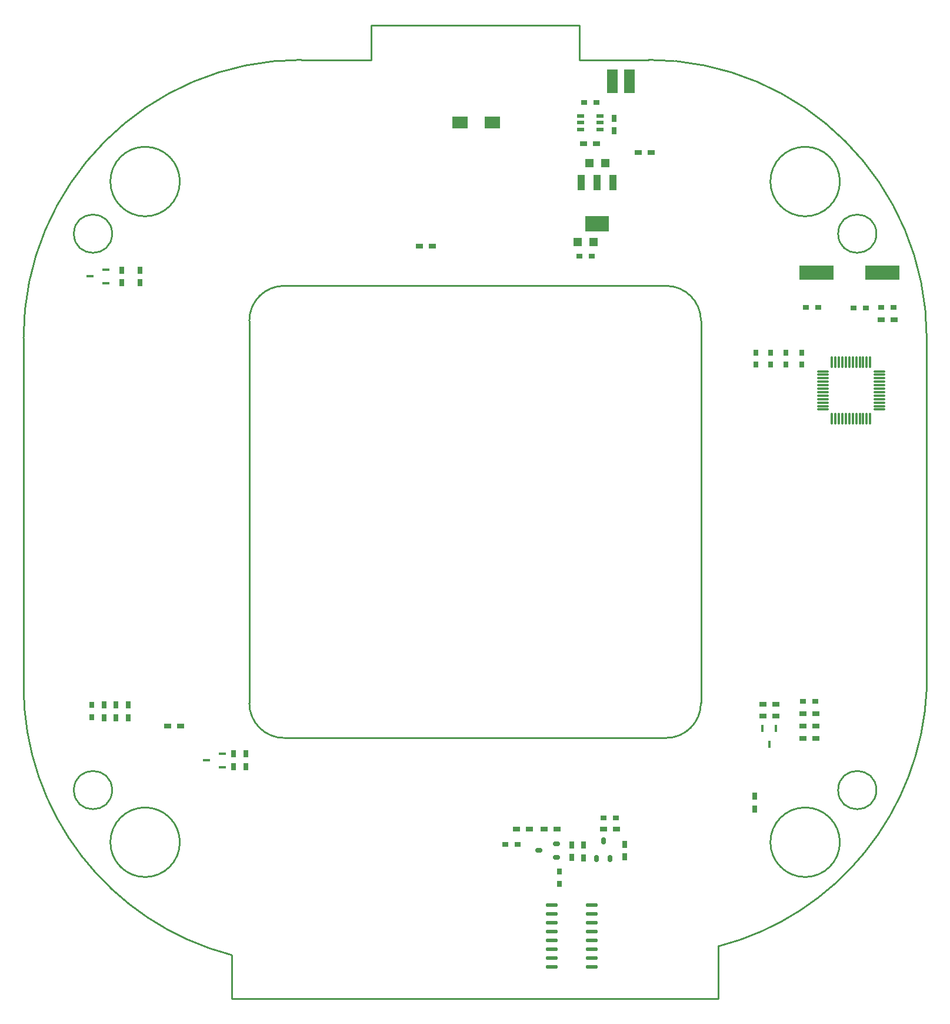
<source format=gbp>
G04*
G04 #@! TF.GenerationSoftware,Altium Limited,Altium Designer,18.1.8 (232)*
G04*
G04 Layer_Color=128*
%FSLAX25Y25*%
%MOIN*%
G70*
G01*
G75*
%ADD10C,0.01000*%
%ADD16R,0.03150X0.04000*%
%ADD18R,0.03500X0.03000*%
%ADD19R,0.03000X0.03500*%
%ADD21R,0.04000X0.03150*%
G04:AMPARAMS|DCode=70|XSize=23.62mil|YSize=39.37mil|CornerRadius=5.91mil|HoleSize=0mil|Usage=FLASHONLY|Rotation=90.000|XOffset=0mil|YOffset=0mil|HoleType=Round|Shape=RoundedRectangle|*
%AMROUNDEDRECTD70*
21,1,0.02362,0.02756,0,0,90.0*
21,1,0.01181,0.03937,0,0,90.0*
1,1,0.01181,0.01378,0.00591*
1,1,0.01181,0.01378,-0.00591*
1,1,0.01181,-0.01378,-0.00591*
1,1,0.01181,-0.01378,0.00591*
%
%ADD70ROUNDEDRECTD70*%
G04:AMPARAMS|DCode=71|XSize=23.62mil|YSize=39.37mil|CornerRadius=5.91mil|HoleSize=0mil|Usage=FLASHONLY|Rotation=0.000|XOffset=0mil|YOffset=0mil|HoleType=Round|Shape=RoundedRectangle|*
%AMROUNDEDRECTD71*
21,1,0.02362,0.02756,0,0,0.0*
21,1,0.01181,0.03937,0,0,0.0*
1,1,0.01181,0.00591,-0.01378*
1,1,0.01181,-0.00591,-0.01378*
1,1,0.01181,-0.00591,0.01378*
1,1,0.01181,0.00591,0.01378*
%
%ADD71ROUNDEDRECTD71*%
%ADD72O,0.06870X0.02205*%
%ADD73R,0.03937X0.01772*%
%ADD74R,0.19685X0.07874*%
%ADD75R,0.01772X0.03937*%
%ADD76O,0.01181X0.07087*%
%ADD77O,0.07087X0.01181*%
%ADD78R,0.08661X0.06890*%
%ADD79R,0.03937X0.08661*%
%ADD80R,0.13780X0.08661*%
%ADD81R,0.06299X0.13780*%
%ADD82R,0.03937X0.02165*%
%ADD83R,0.05000X0.05000*%
D10*
X275737Y29679D02*
G03*
X393701Y175365I-39370J152480D01*
G01*
X-118110Y177165D02*
G03*
X0Y24686I157480J0D01*
G01*
X344488Y88583D02*
G03*
X344488Y88583I-19685J0D01*
G01*
X365158Y433071D02*
G03*
X365158Y433071I-10827J0D01*
G01*
X393701Y374016D02*
G03*
X236221Y531496I-157480J0D01*
G01*
X344488Y462598D02*
G03*
X344488Y462598I-19685J0D01*
G01*
X365158Y118110D02*
G03*
X365158Y118110I-10827J0D01*
G01*
X-67913D02*
G03*
X-67913Y118110I-10827J0D01*
G01*
X39370Y531496D02*
G03*
X-118110Y374016I0J-157480D01*
G01*
X-67913Y433071D02*
G03*
X-67913Y433071I-10827J0D01*
G01*
X-29528Y462598D02*
G03*
X-29528Y462598I-19685J0D01*
G01*
Y88583D02*
G03*
X-29528Y88583I-19685J0D01*
G01*
X29528Y403543D02*
G03*
X9843Y383858I0J-19685D01*
G01*
X265748D02*
G03*
X246063Y403543I-19685J0D01*
G01*
Y147638D02*
G03*
X265748Y167323I0J19685D01*
G01*
X9843D02*
G03*
X29528Y147638I19685J0D01*
G01*
X0Y0D02*
X275590D01*
X0D02*
Y24686D01*
X275590Y0D02*
Y29679D01*
X393701Y175365D02*
X393701Y374016D01*
X-118110Y177165D02*
Y374016D01*
X39370Y531496D02*
X78740D01*
X196850D02*
X236221D01*
X196850D02*
Y551181D01*
X78740Y531496D02*
Y551181D01*
X196850D01*
X9843Y167323D02*
Y383858D01*
X29528Y403543D02*
X246063D01*
X265748Y167323D02*
Y383858D01*
X29528Y147638D02*
X246063D01*
D16*
X192444Y87165D02*
D03*
Y79865D02*
D03*
X199294Y79715D02*
D03*
Y87015D02*
D03*
X222591Y80215D02*
D03*
Y87515D02*
D03*
X944Y138572D02*
D03*
Y131272D02*
D03*
X7944Y138572D02*
D03*
Y131272D02*
D03*
X296352Y114816D02*
D03*
Y107516D02*
D03*
X-72500Y166302D02*
D03*
Y159002D02*
D03*
X-58871Y166302D02*
D03*
Y159002D02*
D03*
X-65738D02*
D03*
Y166302D02*
D03*
X216444Y491215D02*
D03*
Y498515D02*
D03*
X-62556Y412515D02*
D03*
Y405215D02*
D03*
X-52056Y412515D02*
D03*
Y405215D02*
D03*
D18*
X155000Y87515D02*
D03*
X161900D02*
D03*
X210544Y102502D02*
D03*
X217444D02*
D03*
X323687Y168365D02*
D03*
X330587D02*
D03*
X352344Y390865D02*
D03*
X359244D02*
D03*
X332236Y391365D02*
D03*
X325336D02*
D03*
X367894D02*
D03*
X374794D02*
D03*
X199544Y507365D02*
D03*
X206444D02*
D03*
X203844Y420365D02*
D03*
X196944D02*
D03*
D19*
X185634Y64965D02*
D03*
Y71865D02*
D03*
X296743Y358865D02*
D03*
Y365765D02*
D03*
X305243Y358865D02*
D03*
Y365765D02*
D03*
X313743Y358865D02*
D03*
Y365765D02*
D03*
X322743Y358865D02*
D03*
Y365765D02*
D03*
X-79500Y159427D02*
D03*
Y166328D02*
D03*
D21*
X161294Y95865D02*
D03*
X168594D02*
D03*
X210534Y96116D02*
D03*
X217834D02*
D03*
X184094Y95865D02*
D03*
X176794D02*
D03*
X300794Y159865D02*
D03*
X308094D02*
D03*
Y166678D02*
D03*
X300794D02*
D03*
X331023Y161363D02*
D03*
X323723D02*
D03*
X331023Y154365D02*
D03*
X323723D02*
D03*
X331023Y147365D02*
D03*
X323723D02*
D03*
X375094Y384365D02*
D03*
X367794D02*
D03*
X-29160Y154365D02*
D03*
X-36460D02*
D03*
X237594Y479001D02*
D03*
X230294D02*
D03*
X206594Y483865D02*
D03*
X199294D02*
D03*
X113594Y425865D02*
D03*
X106294D02*
D03*
D70*
X183849Y87605D02*
D03*
Y80125D02*
D03*
X174038Y83865D02*
D03*
D71*
X214184Y79459D02*
D03*
X206703D02*
D03*
X210444Y89270D02*
D03*
D72*
X181135Y17865D02*
D03*
Y22865D02*
D03*
Y27865D02*
D03*
Y32865D02*
D03*
Y37865D02*
D03*
Y42865D02*
D03*
Y47865D02*
D03*
Y52865D02*
D03*
X203753Y17865D02*
D03*
Y22865D02*
D03*
Y27865D02*
D03*
Y32865D02*
D03*
Y37865D02*
D03*
Y42865D02*
D03*
Y47865D02*
D03*
Y52865D02*
D03*
D73*
X-14485Y134922D02*
D03*
X-5556Y131182D02*
D03*
Y138662D02*
D03*
X-71556Y412605D02*
D03*
Y405125D02*
D03*
X-80485Y408865D02*
D03*
D74*
X331158Y410865D02*
D03*
X368560D02*
D03*
D75*
X304444Y144050D02*
D03*
X308184Y152979D02*
D03*
X300704D02*
D03*
D76*
X340016Y360400D02*
D03*
X341985D02*
D03*
X343953D02*
D03*
X345922D02*
D03*
X347890D02*
D03*
X349859D02*
D03*
X351827D02*
D03*
X353796D02*
D03*
X355764D02*
D03*
X357733D02*
D03*
X359701D02*
D03*
X361670D02*
D03*
Y328329D02*
D03*
X359701D02*
D03*
X357733D02*
D03*
X355764D02*
D03*
X353796D02*
D03*
X351827D02*
D03*
X349859D02*
D03*
X347890D02*
D03*
X345922D02*
D03*
X343953D02*
D03*
X341985D02*
D03*
X340016D02*
D03*
D77*
X366879Y355192D02*
D03*
Y353223D02*
D03*
Y351255D02*
D03*
Y349286D02*
D03*
Y347318D02*
D03*
Y345349D02*
D03*
Y343381D02*
D03*
Y341412D02*
D03*
Y339444D02*
D03*
Y337475D02*
D03*
Y335507D02*
D03*
Y333538D02*
D03*
X334808D02*
D03*
Y335507D02*
D03*
Y337475D02*
D03*
Y339444D02*
D03*
Y341412D02*
D03*
Y343381D02*
D03*
Y345349D02*
D03*
Y347318D02*
D03*
Y349286D02*
D03*
Y351255D02*
D03*
Y353223D02*
D03*
Y355192D02*
D03*
D78*
X129389Y495947D02*
D03*
X147499D02*
D03*
D79*
X197889Y462176D02*
D03*
X206944D02*
D03*
X215999D02*
D03*
D80*
X206944Y438554D02*
D03*
D81*
X225168Y519365D02*
D03*
X215719D02*
D03*
D82*
X197431Y492125D02*
D03*
Y495864D02*
D03*
Y499604D02*
D03*
X208456D02*
D03*
Y495864D02*
D03*
Y492125D02*
D03*
D83*
X195944Y428365D02*
D03*
X204944D02*
D03*
X202444Y472865D02*
D03*
X211444D02*
D03*
M02*

</source>
